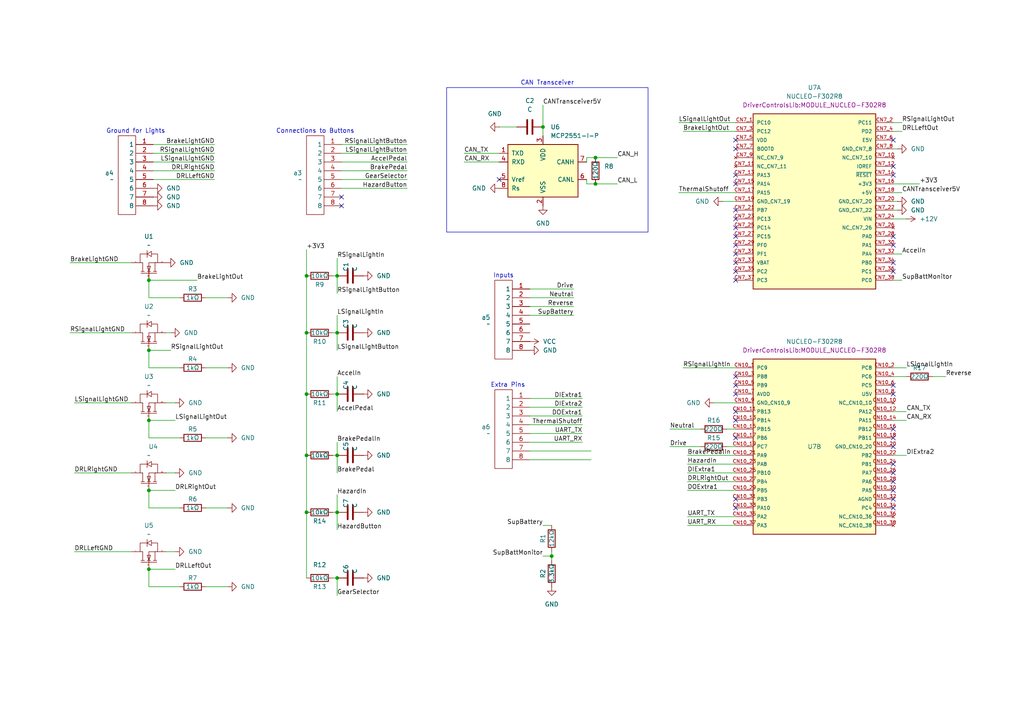
<source format=kicad_sch>
(kicad_sch (version 20231120) (generator "eeschema") (generator_version "8.0")
  (paper "A4")
  (lib_symbols
    (symbol "Device:C" (pin_numbers hide) (pin_names (offset 0.254))
      (property "Reference" "C2" (at 7.62 0 90))
      (property "Value" "C" (at 5.08 0 90))
      (symbol "C_1_1"
        (pin passive line (at 0 3.81 270) (length 2.794) (name "~") (number "1"))
        (pin passive line (at 0 -3.81 90) (length 2.794) (name "~") (number "2"))
      )
    )
    (symbol "Device:R" (pin_numbers hide) (pin_names (offset 0))
      (property "Reference" "R" (at 2.032 0 90))
      (property "Value" "R" (at 0 0 90))
      (symbol "R_1_1"
        (pin passive line (at 0 3.81 270) (length 1.27) (name "~") (number "1"))
        (pin passive line (at 0 -3.81 90) (length 1.27) (name "~") (number "2"))
      )
    )
    (symbol "DriverControlsLib:0001.2511.TR" (pin_names (offset 0))
      (symbol "0001.2511.TR_1_0"
        (pin input line (at -5.08 0 0) (length 2.54) (name "1") (number "1"))
        (pin input line (at 7.62 0 180) (length 2.54) (name "2") (number "2"))
      )
    )
    (symbol "DriverControlsLib:8 pin connector"
      (property "Reference" "a" (at 0 0 0))
      (symbol "8 pin connector_1_0"
        (pin input line (at -7.62 10.16 0) (length 5.08) (name "1") (number "1"))
        (pin input line (at -7.62 7.62 0) (length 5.08) (name "2") (number "2"))
        (pin input line (at -7.62 5.08 0) (length 5.08) (name "3") (number "3"))
        (pin input line (at -7.62 2.54 0) (length 5.08) (name "4") (number "4"))
        (pin input line (at -7.62 0 0) (length 5.08) (name "5") (number "5"))
        (pin input line (at -7.62 -2.54 0) (length 5.08) (name "6") (number "6"))
        (pin input line (at -7.62 -5.08 0) (length 5.08) (name "7") (number "7"))
        (pin input line (at -7.62 -7.62 0) (length 5.08) (name "8") (number "8"))
      )
    )
    (symbol "DriverControlsLib:FQP30N06L"
      (property "Reference" "U" (at 0 0 0))
      (symbol "FQP30N06L_1_0"
        (pin unspecified line (at -5.08 0 0) (length 2.54) (name "G") (number "1"))
        (pin unspecified line (at 0 5.08 270) (length 2.54) (name "D") (number "2"))
        (pin unspecified line (at 0 -5.08 90) (length 2.54) (name "S") (number "3"))
      )
    )
    (symbol "DriverControlsLib:NUCLEO-F302R8" (pin_names (offset 1.016))
      (property "Reference" "U" (at -17.78 26.162 0))
      (property "Value" "NUCLEO-F302R8" (at -17.78 -27.94 0))
      (property "Footprint" "DriverControlsLib:MODULE_NUCLEO-F302R8" (at 0 0 0))
      (symbol "NUCLEO-F302R8_1_0"
        (pin bidirectional line (at -22.86 22.86 0) (length 5.08) (name "PC10") (number "CN7_1"))
        (pin no_connect line (at 22.86 12.7 180) (length 5.08) (name "NC_CN7_10") (number "CN7_10"))
        (pin no_connect line (at -22.86 10.16 0) (length 5.08) (name "NC_CN7_11") (number "CN7_11"))
        (pin input line (at 22.86 10.16 180) (length 5.08) (name "IOREF") (number "CN7_12"))
        (pin bidirectional line (at -22.86 7.62 0) (length 5.08) (name "PA13") (number "CN7_13"))
        (pin bidirectional line (at 22.86 7.62 180) (length 5.08) (name "~{RESET}") (number "CN7_14"))
        (pin bidirectional line (at -22.86 5.08 0) (length 5.08) (name "PA14") (number "CN7_15"))
        (pin power_in line (at 22.86 5.08 180) (length 5.08) (name "+3V3") (number "CN7_16"))
        (pin bidirectional line (at -22.86 2.54 0) (length 5.08) (name "PA15") (number "CN7_17"))
        (pin power_in line (at 22.86 2.54 180) (length 5.08) (name "+5V") (number "CN7_18"))
        (pin power_in line (at -22.86 0 0) (length 5.08) (name "GND_CN7_19") (number "CN7_19"))
        (pin bidirectional line (at 22.86 22.86 180) (length 5.08) (name "PC11") (number "CN7_2"))
        (pin power_in line (at 22.86 0 180) (length 5.08) (name "GND_CN7_20") (number "CN7_20"))
        (pin bidirectional line (at -22.86 -2.54 0) (length 5.08) (name "PB7") (number "CN7_21"))
        (pin power_in line (at 22.86 -2.54 180) (length 5.08) (name "GND_CN7_22") (number "CN7_22"))
        (pin bidirectional line (at -22.86 -5.08 0) (length 5.08) (name "PC13") (number "CN7_23"))
        (pin power_in line (at 22.86 -5.08 180) (length 5.08) (name "VIN") (number "CN7_24"))
        (pin bidirectional line (at -22.86 -7.62 0) (length 5.08) (name "PC14") (number "CN7_25"))
        (pin no_connect line (at 22.86 -7.62 180) (length 5.08) (name "NC_CN7_26") (number "CN7_26"))
        (pin bidirectional line (at -22.86 -10.16 0) (length 5.08) (name "PC15") (number "CN7_27"))
        (pin bidirectional line (at 22.86 -10.16 180) (length 5.08) (name "PA0") (number "CN7_28"))
        (pin bidirectional line (at -22.86 -12.7 0) (length 5.08) (name "PF0") (number "CN7_29"))
        (pin bidirectional line (at -22.86 20.32 0) (length 5.08) (name "PC12") (number "CN7_3"))
        (pin bidirectional line (at 22.86 -12.7 180) (length 5.08) (name "PA1") (number "CN7_30"))
        (pin bidirectional line (at -22.86 -15.24 0) (length 5.08) (name "PF1") (number "CN7_31"))
        (pin bidirectional line (at 22.86 -15.24 180) (length 5.08) (name "PA4") (number "CN7_32"))
        (pin power_in line (at -22.86 -17.78 0) (length 5.08) (name "VBAT") (number "CN7_33"))
        (pin bidirectional line (at 22.86 -17.78 180) (length 5.08) (name "PB0") (number "CN7_34"))
        (pin bidirectional line (at -22.86 -20.32 0) (length 5.08) (name "PC2") (number "CN7_35"))
        (pin bidirectional line (at 22.86 -20.32 180) (length 5.08) (name "PC1") (number "CN7_36"))
        (pin bidirectional line (at -22.86 -22.86 0) (length 5.08) (name "PC3") (number "CN7_37"))
        (pin bidirectional line (at 22.86 -22.86 180) (length 5.08) (name "PC0") (number "CN7_38"))
        (pin bidirectional line (at 22.86 20.32 180) (length 5.08) (name "PD2") (number "CN7_4"))
        (pin power_in line (at -22.86 17.78 0) (length 5.08) (name "VDD") (number "CN7_5"))
        (pin power_in line (at 22.86 17.78 180) (length 5.08) (name "E5V") (number "CN7_6"))
        (pin input line (at -22.86 15.24 0) (length 5.08) (name "BOOT0") (number "CN7_7"))
        (pin power_in line (at 22.86 15.24 180) (length 5.08) (name "GND_CN7_8") (number "CN7_8"))
        (pin no_connect line (at -22.86 12.7 0) (length 5.08) (name "NC_CN7_9") (number "CN7_9"))
      )
      (symbol "NUCLEO-F302R8_2_0"
        (pin bidirectional line (at -22.86 22.86 0) (length 5.08) (name "PC9") (number "CN10_1"))
        (pin no_connect line (at 22.86 12.7 180) (length 5.08) (name "NC_CN10_10") (number "CN10_10"))
        (pin bidirectional line (at -22.86 10.16 0) (length 5.08) (name "PB13") (number "CN10_11"))
        (pin bidirectional line (at 22.86 10.16 180) (length 5.08) (name "PA12") (number "CN10_12"))
        (pin bidirectional line (at -22.86 7.62 0) (length 5.08) (name "PB14") (number "CN10_13"))
        (pin bidirectional line (at 22.86 7.62 180) (length 5.08) (name "PA11") (number "CN10_14"))
        (pin bidirectional line (at -22.86 5.08 0) (length 5.08) (name "PB15") (number "CN10_15"))
        (pin bidirectional line (at 22.86 5.08 180) (length 5.08) (name "PB12") (number "CN10_16"))
        (pin bidirectional line (at -22.86 2.54 0) (length 5.08) (name "PB6") (number "CN10_17"))
        (pin bidirectional line (at 22.86 2.54 180) (length 5.08) (name "PB11") (number "CN10_18"))
        (pin bidirectional line (at -22.86 0 0) (length 5.08) (name "PC7") (number "CN10_19"))
        (pin bidirectional line (at 22.86 22.86 180) (length 5.08) (name "PC8") (number "CN10_2"))
        (pin power_in line (at 22.86 0 180) (length 5.08) (name "GND_CN10_20") (number "CN10_20"))
        (pin bidirectional line (at -22.86 -2.54 0) (length 5.08) (name "PA9") (number "CN10_21"))
        (pin bidirectional line (at 22.86 -2.54 180) (length 5.08) (name "PB2") (number "CN10_22"))
        (pin bidirectional line (at -22.86 -5.08 0) (length 5.08) (name "PA8") (number "CN10_23"))
        (pin bidirectional line (at 22.86 -5.08 180) (length 5.08) (name "PB1") (number "CN10_24"))
        (pin bidirectional line (at -22.86 -7.62 0) (length 5.08) (name "PB10") (number "CN10_25"))
        (pin bidirectional line (at 22.86 -7.62 180) (length 5.08) (name "PA7") (number "CN10_26"))
        (pin bidirectional line (at -22.86 -10.16 0) (length 5.08) (name "PB4") (number "CN10_27"))
        (pin bidirectional line (at 22.86 -10.16 180) (length 5.08) (name "PA6") (number "CN10_28"))
        (pin bidirectional line (at -22.86 -12.7 0) (length 5.08) (name "PB5") (number "CN10_29"))
        (pin bidirectional line (at -22.86 20.32 0) (length 5.08) (name "PB8") (number "CN10_3"))
        (pin bidirectional line (at 22.86 -12.7 180) (length 5.08) (name "PA5") (number "CN10_30"))
        (pin bidirectional line (at -22.86 -15.24 0) (length 5.08) (name "PB3") (number "CN10_31"))
        (pin power_in line (at 22.86 -15.24 180) (length 5.08) (name "AGND") (number "CN10_32"))
        (pin bidirectional line (at -22.86 -17.78 0) (length 5.08) (name "PA10") (number "CN10_33"))
        (pin bidirectional line (at 22.86 -17.78 180) (length 5.08) (name "PC4") (number "CN10_34"))
        (pin bidirectional line (at -22.86 -20.32 0) (length 5.08) (name "PA2") (number "CN10_35"))
        (pin no_connect line (at 22.86 -20.32 180) (length 5.08) (name "NC_CN10_36") (number "CN10_36"))
        (pin bidirectional line (at -22.86 -22.86 0) (length 5.08) (name "PA3") (number "CN10_37"))
        (pin no_connect line (at 22.86 -22.86 180) (length 5.08) (name "NC_CN10_38") (number "CN10_38"))
        (pin bidirectional line (at 22.86 20.32 180) (length 5.08) (name "PC6") (number "CN10_4"))
        (pin bidirectional line (at -22.86 17.78 0) (length 5.08) (name "PB9") (number "CN10_5"))
        (pin bidirectional line (at 22.86 17.78 180) (length 5.08) (name "PC5") (number "CN10_6"))
        (pin power_in line (at -22.86 15.24 0) (length 5.08) (name "AVDD") (number "CN10_7"))
        (pin power_in line (at 22.86 15.24 180) (length 5.08) (name "U5V") (number "CN10_8"))
        (pin power_in line (at -22.86 12.7 0) (length 5.08) (name "GND_CN10_9") (number "CN10_9"))
      )
    )
    (symbol "Interface_CAN_LIN:MCP2551-I-P" (pin_names (offset 1.016))
      (property "Reference" "U" (at -10.16 8.89 0))
      (property "Value" "MCP2551-I-P" (at 2.54 8.89 0))
      (symbol "MCP2551-I-P_1_1"
        (pin input line (at -12.7 5.08 0) (length 2.54) (name "TXD") (number "1"))
        (pin power_in line (at 0 -10.16 90) (length 2.54) (name "VSS") (number "2"))
        (pin power_in line (at 0 10.16 270) (length 2.54) (name "VDD") (number "3"))
        (pin output line (at -12.7 2.54 0) (length 2.54) (name "RXD") (number "4"))
        (pin power_out line (at -12.7 -2.54 0) (length 2.54) (name "Vref") (number "5"))
        (pin bidirectional line (at 12.7 -2.54 180) (length 2.54) (name "CANL") (number "6"))
        (pin bidirectional line (at 12.7 2.54 180) (length 2.54) (name "CANH") (number "7"))
        (pin input line (at -12.7 -5.08 0) (length 2.54) (name "Rs") (number "8"))
      )
    )
    (symbol "power:+12V" (power) (pin_numbers hide) (pin_names (offset 0) hide)
      (property "Value" "+12V" (at 0 3.556 0))
      (symbol "+12V_1_1"
        (pin power_in line (at 0 0 90) (length 0) (name "~") (number "1"))
      )
    )
    (symbol "power:GND" (power) (pin_numbers hide) (pin_names (offset 0) hide)
      (property "Value" "GND" (at 0 -3.81 0))
      (symbol "GND_1_1"
        (pin power_in line (at 0 0 270) (length 0) (name "~") (number "1"))
      )
    )
    (symbol "power:VCC" (power) (pin_numbers hide) (pin_names (offset 0) hide)
      (property "Value" "VCC" (at 0 3.556 0))
      (symbol "VCC_1_1"
        (pin power_in line (at 0 0 90) (length 0) (name "~") (number "1"))
      )
    )
  )
  (junction (at 97.79 114.3))
  (junction (at 97.79 167.64))
  (junction (at 43.18 101.6))
  (junction (at -26.67 133.35))
  (junction (at 88.9 114.3))
  (junction (at 172.72 53.34))
  (junction (at 88.9 96.52))
  (junction (at 43.18 121.92))
  (junction (at 88.9 148.59))
  (junction (at 160.02 161.29))
  (junction (at 157.48 36.83))
  (junction (at 93.98 -29.21))
  (junction (at 97.79 132.08))
  (junction (at 43.18 142.24))
  (junction (at 88.9 132.08))
  (junction (at 43.18 81.28))
  (junction (at 43.18 165.1))
  (junction (at 97.79 148.59))
  (junction (at 88.9 80.01))
  (junction (at 172.72 45.72))
  (junction (at -26.67 153.67))
  (junction (at -26.67 113.03))
  (junction (at 97.79 96.52))
  (junction (at 97.79 80.01))
  (junction (at -26.67 90.17))
  (no_connect (at 259.08 127))
  (no_connect (at 259.08 147.32))
  (no_connect (at 259.08 50.8))
  (no_connect (at 213.36 63.5))
  (no_connect (at 213.36 40.64))
  (no_connect (at 213.36 76.2))
  (no_connect (at 213.36 109.22))
  (no_connect (at 259.08 129.54))
  (no_connect (at 213.36 114.3))
  (no_connect (at 259.08 114.3))
  (no_connect (at 259.08 40.64))
  (no_connect (at 259.08 137.16))
  (no_connect (at 259.08 139.7))
  (no_connect (at 213.36 121.92))
  (no_connect (at 259.08 71.12))
  (no_connect (at 213.36 73.66))
  (no_connect (at 213.36 111.76))
  (no_connect (at 259.08 124.46))
  (no_connect (at 259.08 142.24))
  (no_connect (at 213.36 119.38))
  (no_connect (at 213.36 53.34))
  (no_connect (at 259.08 144.78))
  (no_connect (at 99.06 59.69))
  (no_connect (at 213.36 78.74))
  (no_connect (at 213.36 147.32))
  (no_connect (at 213.36 71.12))
  (no_connect (at 213.36 81.28))
  (no_connect (at 259.08 68.58))
  (no_connect (at 213.36 144.78))
  (no_connect (at 259.08 111.76))
  (no_connect (at 213.36 60.96))
  (no_connect (at 99.06 57.15))
  (no_connect (at 259.08 78.74))
  (no_connect (at 213.36 127))
  (no_connect (at 144.78 52.07))
  (no_connect (at 259.08 134.62))
  (no_connect (at 213.36 66.04))
  (no_connect (at 213.36 43.18))
  (no_connect (at 259.08 76.2))
  (no_connect (at 213.36 68.58))
  (no_connect (at 213.36 50.8))
  (no_connect (at 259.08 48.26))
  (wire (pts (xy 88.9 96.52) (xy 88.9 114.3)))
  (wire (pts (xy 171.45 133.35) (xy 153.67 133.35)))
  (wire (pts (xy 179.07 45.72) (xy 172.72 45.72)))
  (wire (pts (xy 43.18 101.6) (xy 49.53 101.6)))
  (wire (pts (xy 153.67 88.9) (xy 166.37 88.9)))
  (wire (pts (xy 59.69 147.32) (xy 66.04 147.32)))
  (wire (pts (xy 198.12 38.1) (xy 213.36 38.1)))
  (wire (pts (xy 43.18 147.32) (xy 52.07 147.32)))
  (wire (pts (xy 196.85 35.56) (xy 213.36 35.56)))
  (wire (pts (xy 97.79 114.3) (xy 97.79 119.38)))
  (wire (pts (xy 210.82 124.46) (xy 213.36 124.46)))
  (wire (pts (xy 259.08 132.08) (xy 262.89 132.08)))
  (wire (pts (xy 339.09 127) (xy 321.31 127)))
  (wire (pts (xy 153.67 86.36) (xy 166.37 86.36)))
  (wire (pts (xy 170.18 53.34) (xy 170.18 52.07)))
  (wire (pts (xy 59.69 127) (xy 66.04 127)))
  (wire (pts (xy 259.08 43.18) (xy 260.35 43.18)))
  (wire (pts (xy 97.79 74.93) (xy 97.79 80.01)))
  (wire (pts (xy 118.11 49.53) (xy 99.06 49.53)))
  (wire (pts (xy 134.62 44.45) (xy 144.78 44.45)))
  (wire (pts (xy 88.9 80.01) (xy 88.9 96.52)))
  (wire (pts (xy 157.48 161.29) (xy 160.02 161.29)))
  (wire (pts (xy 157.48 30.48) (xy 157.48 36.83)))
  (wire (pts (xy 96.52 148.59) (xy 97.79 148.59)))
  (wire (pts (xy 339.09 124.46) (xy 321.31 124.46)))
  (wire (pts (xy 97.79 80.01) (xy 97.79 85.09)))
  (wire (pts (xy 110.49 -24.13) (xy 116.84 -24.13)))
  (wire (pts (xy 339.09 121.92) (xy 321.31 121.92)))
  (wire (pts (xy 21.59 116.84) (xy 38.1 116.84)))
  (wire (pts (xy 93.98 -29.21) (xy 97.79 -29.21)))
  (wire (pts (xy 209.55 58.42) (xy 213.36 58.42)))
  (wire (pts (xy 71.12 -34.29) (xy 88.9 -34.29)))
  (wire (pts (xy 168.91 120.65) (xy 153.67 120.65)))
  (wire (pts (xy 259.08 119.38) (xy 262.89 119.38)))
  (wire (pts (xy -26.67 153.67) (xy -26.67 176.53)))
  (wire (pts (xy 43.18 86.36) (xy 52.07 86.36)))
  (wire (pts (xy 341.63 86.36) (xy 321.31 86.36)))
  (wire (pts (xy 153.67 91.44) (xy 166.37 91.44)))
  (wire (pts (xy 259.08 55.88) (xy 261.62 55.88)))
  (wire (pts (xy 97.79 109.22) (xy 97.79 114.3)))
  (wire (pts (xy 43.18 142.24) (xy 43.18 147.32)))
  (wire (pts (xy 118.11 46.99) (xy 99.06 46.99)))
  (wire (pts (xy 210.82 129.54) (xy 213.36 129.54)))
  (wire (pts (xy 93.98 -24.13) (xy 102.87 -24.13)))
  (wire (pts (xy 105.41 -29.21) (xy 107.95 -29.21)))
  (wire (pts (xy 199.39 149.86) (xy 213.36 149.86)))
  (wire (pts (xy 97.79 167.64) (xy 97.79 172.72)))
  (wire (pts (xy 168.91 123.19) (xy 153.67 123.19)))
  (wire (pts (xy 259.08 109.22) (xy 262.89 109.22)))
  (wire (pts (xy 62.23 46.99) (xy 44.45 46.99)))
  (wire (pts (xy 96.52 132.08) (xy 97.79 132.08)))
  (wire (pts (xy 88.9 132.08) (xy 88.9 148.59)))
  (wire (pts (xy 172.72 53.34) (xy 170.18 53.34)))
  (wire (pts (xy 168.91 118.11) (xy 153.67 118.11)))
  (wire (pts (xy 59.69 170.18) (xy 66.04 170.18)))
  (wire (pts (xy 43.18 106.68) (xy 52.07 106.68)))
  (wire (pts (xy 97.79 143.51) (xy 97.79 148.59)))
  (wire (pts (xy 88.9 72.39) (xy 88.9 80.01)))
  (wire (pts (xy -26.67 133.35) (xy -26.67 153.67)))
  (wire (pts (xy -26.67 113.03) (xy -26.67 133.35)))
  (wire (pts (xy 62.23 49.53) (xy 44.45 49.53)))
  (wire (pts (xy 118.11 52.07) (xy 99.06 52.07)))
  (wire (pts (xy 43.18 165.1) (xy 50.8 165.1)))
  (wire (pts (xy 341.63 88.9) (xy 321.31 88.9)))
  (wire (pts (xy 96.52 80.01) (xy 97.79 80.01)))
  (wire (pts (xy 199.39 134.62) (xy 213.36 134.62)))
  (wire (pts (xy 339.09 129.54) (xy 321.31 129.54)))
  (wire (pts (xy 259.08 63.5) (xy 262.89 63.5)))
  (wire (pts (xy 97.79 148.59) (xy 97.79 153.67)))
  (wire (pts (xy 153.67 83.82) (xy 166.37 83.82)))
  (wire (pts (xy 259.08 38.1) (xy 261.62 38.1)))
  (wire (pts (xy 259.08 73.66) (xy 261.62 73.66)))
  (wire (pts (xy 93.98 -29.21) (xy 93.98 -24.13)))
  (wire (pts (xy 160.02 152.4) (xy 157.48 152.4)))
  (wire (pts (xy 20.32 96.52) (xy 38.1 96.52)))
  (wire (pts (xy 96.52 114.3) (xy 97.79 114.3)))
  (wire (pts (xy 270.51 109.22) (xy 274.32 109.22)))
  (wire (pts (xy 259.08 121.92) (xy 262.89 121.92)))
  (wire (pts (xy 198.12 106.68) (xy 213.36 106.68)))
  (wire (pts (xy 43.18 101.6) (xy 43.18 106.68)))
  (wire (pts (xy 168.91 128.27) (xy 153.67 128.27)))
  (wire (pts (xy 341.63 76.2) (xy 321.31 76.2)))
  (wire (pts (xy 194.31 124.46) (xy 203.2 124.46)))
  (wire (pts (xy 339.09 119.38) (xy 321.31 119.38)))
  (wire (pts (xy 157.48 36.83) (xy 157.48 39.37)))
  (wire (pts (xy 118.11 41.91) (xy 99.06 41.91)))
  (wire (pts (xy 43.18 121.92) (xy 50.8 121.92)))
  (wire (pts (xy 62.23 44.45) (xy 44.45 44.45)))
  (wire (pts (xy 341.63 91.44) (xy 321.31 91.44)))
  (wire (pts (xy 172.72 45.72) (xy 170.18 45.72)))
  (wire (pts (xy -26.67 90.17) (xy -26.67 113.03)))
  (wire (pts (xy 62.23 41.91) (xy 44.45 41.91)))
  (wire (pts (xy 199.39 152.4) (xy 213.36 152.4)))
  (wire (pts (xy 43.18 127) (xy 52.07 127)))
  (wire (pts (xy 43.18 170.18) (xy 52.07 170.18)))
  (wire (pts (xy 341.63 78.74) (xy 321.31 78.74)))
  (wire (pts (xy 259.08 81.28) (xy 261.62 81.28)))
  (wire (pts (xy 339.09 116.84) (xy 321.31 116.84)))
  (wire (pts (xy 259.08 58.42) (xy 260.35 58.42)))
  (wire (pts (xy 62.23 52.07) (xy 44.45 52.07)))
  (wire (pts (xy 48.26 137.16) (xy 50.8 137.16)))
  (wire (pts (xy 48.26 160.02) (xy 50.8 160.02)))
  (wire (pts (xy 194.31 129.54) (xy 203.2 129.54)))
  (wire (pts (xy 172.72 53.34) (xy 179.07 53.34)))
  (wire (pts (xy 88.9 114.3) (xy 88.9 132.08)))
  (wire (pts (xy 118.11 54.61) (xy 99.06 54.61)))
  (wire (pts (xy 259.08 106.68) (xy 262.89 106.68)))
  (wire (pts (xy 59.69 86.36) (xy 66.04 86.36)))
  (wire (pts (xy 21.59 160.02) (xy 38.1 160.02)))
  (wire (pts (xy 97.79 132.08) (xy 97.79 137.16)))
  (wire (pts (xy 199.39 132.08) (xy 213.36 132.08)))
  (wire (pts (xy 341.63 81.28) (xy 321.31 81.28)))
  (wire (pts (xy 341.63 93.98) (xy 321.31 93.98)))
  (wire (pts (xy 48.26 116.84) (xy 50.8 116.84)))
  (wire (pts (xy 59.69 106.68) (xy 66.04 106.68)))
  (wire (pts (xy 43.18 81.28) (xy 57.15 81.28)))
  (wire (pts (xy 43.18 142.24) (xy 50.8 142.24)))
  (wire (pts (xy 207.01 116.84) (xy 213.36 116.84)))
  (wire (pts (xy 259.08 53.34) (xy 266.7 53.34)))
  (wire (pts (xy 199.39 139.7) (xy 213.36 139.7)))
  (wire (pts (xy 43.18 121.92) (xy 43.18 127)))
  (wire (pts (xy 88.9 148.59) (xy 88.9 167.64)))
  (wire (pts (xy 199.39 137.16) (xy 213.36 137.16)))
  (wire (pts (xy 43.18 165.1) (xy 43.18 170.18)))
  (wire (pts (xy 160.02 161.29) (xy 160.02 162.56)))
  (wire (pts (xy 43.18 81.28) (xy 43.18 86.36)))
  (wire (pts (xy 118.11 44.45) (xy 99.06 44.45)))
  (wire (pts (xy 20.32 76.2) (xy 38.1 76.2)))
  (wire (pts (xy 196.85 55.88) (xy 213.36 55.88)))
  (wire (pts (xy 170.18 45.72) (xy 170.18 46.99)))
  (wire (pts (xy 168.91 115.57) (xy 153.67 115.57)))
  (wire (pts (xy 21.59 137.16) (xy 38.1 137.16)))
  (wire (pts (xy 341.63 83.82) (xy 321.31 83.82)))
  (wire (pts (xy 134.62 46.99) (xy 144.78 46.99)))
  (wire (pts (xy 160.02 160.02) (xy 160.02 161.29)))
  (wire (pts (xy 97.79 96.52) (xy 97.79 101.6)))
  (wire (pts (xy 96.52 167.64) (xy 97.79 167.64)))
  (wire (pts (xy -26.67 81.28) (xy -26.67 90.17)))
  (wire (pts (xy 49.53 96.52) (xy 48.26 96.52)))
  (wire (pts (xy 259.08 60.96) (xy 260.35 60.96)))
  (wire (pts (xy 171.45 130.81) (xy 153.67 130.81)))
  (wire (pts (xy 168.91 125.73) (xy 153.67 125.73)))
  (wire (pts (xy 199.39 142.24) (xy 213.36 142.24)))
  (wire (pts (xy 144.78 36.83) (xy 149.86 36.83)))
  (wire (pts (xy 259.08 35.56) (xy 261.62 35.56)))
  (wire (pts (xy 97.79 128.27) (xy 97.79 132.08)))
  (wire (pts (xy 97.79 91.44) (xy 97.79 96.52)))
  (wire (pts (xy 96.52 96.52) (xy 97.79 96.52)))
  (rectangle (start 129.54 25.4) (end 187.96 67.31))
  (text "Extra Pins" (at 147.32 111.76 0) (effects (font (size 1.27 1.27))))
  (text "Ground for Lights" (at 39.37 38.1 0) (effects (font (size 1.27 1.27))))
  (text "CAN Transceiver" (at 158.75 24.13 0) (effects (font (size 1.27 1.27))))
  (text "Pedal/Steering Inputs\n\n" (at 314.96 73.66 0) (effects (font (size 1.27 1.27))))
  (text "Inputs\n" (at 146.05 80.01 0) (effects (font (size 1.27 1.27))))
  (text "Connections to Buttons" (at 91.44 38.1 0) (effects (font (size 1.27 1.27))))
  (text "Center Console Inputs\n" (at 313.69 113.03 0) (effects (font (size 1.27 1.27))))
  (label "CAN_TX" (at 262.89 119.38 0))
  (label "Reverse" (at 274.32 109.22 0))
  (label "DRLLeftGND" (at 62.23 52.07 180))
  (label "BrakeLightGND" (at 71.12 -34.29 0))
  (label "Neutral" (at 166.37 86.36 180))
  (label "RSignalLightGND" (at 62.23 44.45 180))
  (label "UART_TX" (at 168.91 125.73 180))
  (label "BrakePedal" (at 97.79 137.16 0))
  (label "BrakeLightGND" (at 20.32 76.2 0))
  (label "LSignalLightOut" (at 50.8 121.92 0))
  (label "LSignalLightGND" (at 21.59 116.84 0))
  (label "BrakeLightGND" (at 62.23 41.91 180))
  (label "BrakePedalIn" (at 199.39 132.08 0))
  (label "GearSelector" (at 118.11 52.07 180))
  (label "DRLRightGND" (at 62.23 49.53 180))
  (label "DOExtra1" (at 199.39 142.24 0))
  (label "SupBattMonitor" (at 157.48 161.29 180))
  (label "AccelPedal" (at 118.11 46.99 180))
  (label "UART_TX" (at 341.63 86.36 180))
  (label "DIExtra1" (at 168.91 115.57 180))
  (label "HazardIn" (at 97.79 143.51 0))
  (label "RSignalLightButton" (at 118.11 41.91 180))
  (label "Reverse" (at 166.37 88.9 180))
  (label "LSignalLightButton" (at 118.11 44.45 180))
  (label "RSignalLightIn" (at 341.63 76.2 180))
  (label "Drive" (at 166.37 83.82 180))
  (label "SupBattMonitor" (at 261.62 81.28 0))
  (label "HazardIn" (at 199.39 134.62 0))
  (label "HazardButton" (at 97.79 153.67 0))
  (label "DIExtra2" (at 339.09 129.54 180))
  (label "CAN_L" (at 179.07 53.34 0))
  (label "SupBattery" (at 166.37 91.44 180))
  (label "BrakePedalIn" (at 341.63 83.82 180))
  (label "DRLLeftOut" (at 50.8 165.1 0))
  (label "Drive" (at 339.09 121.92 180))
  (label "LSignalLightButton" (at 97.79 101.6 0))
  (label "CANTransceiver5V" (at 261.62 55.88 0))
  (label "AccelPedal" (at 97.79 119.38 0))
  (label "SupBattery" (at 157.48 152.4 180))
  (label "+3V3" (at 88.9 72.39 0))
  (label "RSignalLightButton" (at 97.79 85.09 0))
  (label "Neutral" (at 339.09 119.38 180))
  (label "ThermalShutoff" (at 168.91 123.19 180))
  (label "UART_RX" (at 341.63 88.9 180))
  (label "DOExtra1" (at 168.91 120.65 180))
  (label "DRLRightGND" (at 21.59 137.16 0))
  (label "HazardButton" (at 118.11 54.61 180))
  (label "CAN_RX" (at 134.62 46.99 0))
  (label "GearSelector" (at 97.79 172.72 0))
  (label "Hazards_In" (at 339.09 116.84 180))
  (label "AccelIn" (at 97.79 109.22 0))
  (label "BrakePedal" (at 118.11 49.53 180))
  (label "RSignalLightIn" (at 198.12 106.68 0))
  (label "+3V3" (at 266.7 53.34 0))
  (label "ThermalShutoff" (at 341.63 91.44 180))
  (label "UART_TX" (at 199.39 149.86 0))
  (label "SupBattery" (at 339.09 127 180))
  (label "LSignalLightIn" (at 341.63 78.74 180))
  (label "AccelIn" (at 261.62 73.66 0))
  (label "Reverse" (at 339.09 124.46 180))
  (label "DRLLeftGND" (at 21.59 160.02 0))
  (label "ThermalShutoff" (at 196.85 55.88 0))
  (label "UART_RX" (at 199.39 152.4 0))
  (label "BrakePedalIn" (at 97.79 128.27 0))
  (label "LSignalLightOut" (at 196.85 35.56 0))
  (label "DRLRightOut" (at 50.8 142.24 0))
  (label "UART_RX" (at 168.91 128.27 180))
  (label "Neutral" (at 194.31 124.46 0))
  (label "CAN_TX" (at 134.62 44.45 0))
  (label "DIExtra2" (at 262.89 132.08 0))
  (label "RSignalLightIn" (at 97.79 74.93 0))
  (label "Drive" (at 194.31 129.54 0))
  (label "DIExtra1" (at 341.63 93.98 180))
  (label "AccelIn" (at 341.63 81.28 180))
  (label "BrakeLightOut" (at 198.12 38.1 0))
  (label "DRLRightOut" (at 199.39 139.7 0))
  (label "CANTransceiver5V" (at 157.48 30.48 0))
  (label "RSignalLightGND" (at 20.32 96.52 0))
  (label "BrakeLightOut" (at 57.15 81.28 0))
  (label "RSignalLightOut" (at 261.62 35.56 0))
  (label "BrakeLightOut" (at 107.95 -29.21 0))
  (label "LSignalLightGND" (at 62.23 46.99 180))
  (label "CAN_H" (at 179.07 45.72 0))
  (label "CAN_RX" (at 262.89 121.92 0))
  (label "DIExtra1" (at 199.39 137.16 0))
  (label "DIExtra2" (at 168.91 118.11 180))
  (label "LSignalLightIn" (at 262.89 106.68 0))
  (label "RSignalLightOut" (at 49.53 101.6 0))
  (label "DRLLeftOut" (at 261.62 38.1 0))
  (label "LSignalLightIn" (at 97.79 91.44 0))
  (symbol (lib_id "Device:C") (at 101.6 167.64 270) (unit 1)
    (property "Reference" "C6" (at 100.33 166.37 0) (effects (justify right)))
    (property "Value" "C" (at 102.87 166.37 0) (effects (justify right)))
    (property "Footprint" "DriverControlsLib:CAP-TH_L6.0-W3.5-P7.50-D1.0" (effects (hide yes)))
    (property "Description" "Unpolarized capacitor" (effects (hide yes)))
  )
  (symbol (lib_id "power:+12V") (at 262.89 63.5 270) (unit 1)
    (property "Reference" "#PWR01" (effects (hide yes)))
    (property "Value" "+12V" (at 266.7 63.4999 90) (effects (justify left)))
    (property "Description" "Power symbol creates a global label with name \"+12V\"" (effects (hide yes)))
  )
  (symbol (lib_id "Device:C") (at 101.6 148.59 270) (unit 1)
    (property "Reference" "C7" (at 100.33 147.32 0) (effects (justify right)))
    (property "Value" "C" (at 102.87 147.32 0) (effects (justify right)))
    (property "Footprint" "DriverControlsLib:CAP-TH_L6.0-W3.5-P7.50-D1.0" (effects (hide yes)))
    (property "Description" "Unpolarized capacitor" (effects (hide yes)))
  )
  (symbol (lib_id "power:GND") (at 105.41 96.52 90) (unit 1)
    (property "Reference" "#PWR023" (effects (hide yes)))
    (property "Value" "GND" (at 109.22 96.5199 90) (effects (justify right)))
    (property "Description" "Power symbol creates a global label with name \"GND\" , ground" (effects (hide yes)))
  )
  (symbol (lib_id "power:GND") (at 321.31 134.62 90) (mirror x) (unit 1)
    (property "Reference" "#PWR017" (effects (hide yes)))
    (property "Value" "GND" (at 325.12 134.6199 90) (effects (justify right)))
    (property "Description" "Power symbol creates a global label with name \"GND\" , ground" (effects (hide yes)))
  )
  (symbol (lib_id "power:GND") (at 105.41 148.59 90) (unit 1)
    (property "Reference" "#PWR027" (effects (hide yes)))
    (property "Value" "GND" (at 109.22 148.5899 90) (effects (justify right)))
    (property "Description" "Power symbol creates a global label with name \"GND\" , ground" (effects (hide yes)))
  )
  (symbol (lib_id "power:GND") (at 144.78 54.61 270) (unit 1)
    (property "Reference" "#PWR09" (effects (hide yes)))
    (property "Value" "GND" (at 140.97 54.6099 90) (effects (justify right)))
    (property "Description" "Power symbol creates a global label with name \"GND\" , ground" (effects (hide yes)))
  )
  (symbol (lib_id "Device:R") (at 160.02 156.21 0) (mirror y) (unit 1)
    (property "Reference" "R1" (at 157.48 156.21 90))
    (property "Value" "12kΩ" (at 160.02 156.21 90))
    (property "Footprint" "DriverControlsLib:RES-TH_BD2.2-L6.5-P10.50-D0.6" (effects (hide yes)))
    (property "Description" "Resistor" (effects (hide yes)))
  )
  (symbol (lib_id "power:GND") (at 50.8 160.02 90) (unit 1)
    (property "Reference" "#PWR031" (effects (hide yes)))
    (property "Value" "GND" (at 54.61 160.0199 90) (effects (justify right)))
    (property "Description" "Power symbol creates a global label with name \"GND\" , ground" (effects (hide yes)))
  )
  (symbol (lib_id "power:GND") (at 105.41 114.3 90) (unit 1)
    (property "Reference" "#PWR024" (effects (hide yes)))
    (property "Value" "GND" (at 109.22 114.2999 90) (effects (justify right)))
    (property "Description" "Power symbol creates a global label with name \"GND\" , ground" (effects (hide yes)))
  )
  (symbol (lib_id "Device:R") (at 92.71 114.3 270) (unit 1)
    (property "Reference" "R11" (at 92.71 116.84 90))
    (property "Value" "10kΩ" (at 92.71 114.3 90))
    (property "Footprint" "DriverControlsLib:RES-TH_BD2.2-L6.5-P10.50-D0.6" (effects (hide yes)))
    (property "Description" "Resistor" (effects (hide yes)))
  )
  (symbol (lib_id "power:GND") (at 66.04 127 90) (unit 1)
    (property "Reference" "#PWR05" (effects (hide yes)))
    (property "Value" "GND" (at 69.85 126.9999 90) (effects (justify right)))
    (property "Description" "Power symbol creates a global label with name \"GND\" , ground" (effects (hide yes)))
  )
  (symbol (lib_id "DriverControlsLib:8 pin connector") (at 146.05 93.98 0) (mirror y) (unit 1)
    (property "Reference" "a5" (at 142.24 92.0749 0) (effects (justify left)))
    (property "Value" "~" (at 142.24 93.98 0) (effects (justify left)))
    (property "Footprint" "DriverControlsLib:Molex 8 Pin Mini-fit TPA" (effects (hide yes)))
    (property "Description" "LV 8 pin" (effects (hide yes)))
  )
  (symbol (lib_id "power:GND") (at 44.45 59.69 90) (mirror x) (unit 1)
    (property "Reference" "#PWR021" (effects (hide yes)))
    (property "Value" "GND" (at 48.26 59.6899 90) (effects (justify right)))
    (property "Description" "Power symbol creates a global label with name \"GND\" , ground" (effects (hide yes)))
  )
  (symbol (lib_id "DriverControlsLib:FQP30N06L") (at 43.18 116.84 90) (unit 1)
    (property "Reference" "U3" (at 43.18 109.22 90))
    (property "Value" "~" (at 43.18 111.76 90))
    (property "Footprint" "DriverControlsLib:TO220-3_ONS" (effects (hide yes)))
    (property "Datasheet" "https://atta.szlcsc.com/upload/public/pdf/source/20220923/DB01B4617723520DCFE997B5B1D3C46E.pdf" (effects (hide yes)))
    (property "Description" "Type:1个NChannel Drain Source Voltage (Vdss):60V Continuous Drain Current (Id): Power Dissipation (Pd): Drain Source On Resistance (RDS(on)@Vgs,Id): Gate Threshold Voltage (Vgs(th)@Id):2.5V@250uA Total Gate Charge (Qg@Vgs):20nC@5V Input Capacitance (Ciss@V" (effects (hide yes)))
    (property "Manufacturer Part" "FQP30N06L" (effects (hide yes)))
    (property "Manufacturer" "onsemi(安森美)" (effects (hide yes)))
    (property "Supplier Part" "C243087" (effects (hide yes)))
    (property "Supplier" "LCSC" (effects (hide yes)))
    (property "LCSC Part Name" "1个N沟道 耐压:60V 电流:32A 停产" (effects (hide yes)))
  )
  (symbol (lib_id "Device:R") (at 55.88 86.36 90) (unit 1)
    (property "Reference" "R3" (at 55.88 83.82 90))
    (property "Value" "1kΩ" (at 55.88 86.36 90))
    (property "Footprint" "DriverControlsLib:RES-TH_BD2.2-L6.5-P10.50-D0.6" (effects (hide yes)))
    (property "Description" "Resistor" (effects (hide yes)))
  )
  (symbol (lib_id "power:GND") (at 153.67 101.6 90) (mirror x) (unit 1)
    (property "Reference" "#PWR032" (effects (hide yes)))
    (property "Value" "GND" (at 157.48 101.5999 90) (effects (justify right)))
    (property "Description" "Power symbol creates a global label with name \"GND\" , ground" (effects (hide yes)))
  )
  (symbol (lib_id "DriverControlsLib:8 pin connector") (at 313.69 86.36 0) (mirror y) (unit 1)
    (property "Reference" "a1" (at 309.88 84.4549 0) (effects (justify left)))
    (property "Value" "~" (at 309.88 86.36 0) (effects (justify left)))
    (property "Footprint" "DriverControlsLib:Molex 8 Pin Mini-fit TPA" (effects (hide yes)))
    (property "Description" "LV 8 pin" (effects (hide yes)))
  )
  (symbol (lib_id "Device:R") (at 266.7 109.22 90) (unit 1)
    (property "Reference" "R17" (at 266.7 106.68 90))
    (property "Value" "220Ω" (at 266.7 109.22 90))
    (property "Footprint" "DriverControlsLib:RES-TH_BD2.2-L6.5-P10.50-D0.6" (effects (hide yes)))
    (property "Description" "Resistor" (effects (hide yes)))
  )
  (symbol (lib_id "power:VCC") (at 153.67 99.06 270) (mirror x) (unit 1)
    (property "Reference" "#PWR016" (effects (hide yes)))
    (property "Value" "VCC" (at 157.48 99.0599 90) (effects (justify left)))
    (property "Description" "Power symbol creates a global label with name \"VCC\"" (effects (hide yes)))
  )
  (symbol (lib_id "power:GND") (at 209.55 58.42 270) (unit 1)
    (property "Reference" "#PWR08" (effects (hide yes)))
    (property "Value" "GND" (at 205.74 58.4199 90) (effects (justify right)))
    (property "Description" "Power symbol creates a global label with name \"GND\" , ground" (effects (hide yes)))
  )
  (symbol (lib_id "Device:C") (at 101.6 114.3 270) (unit 1)
    (property "Reference" "C4" (at 100.33 113.03 0) (effects (justify right)))
    (property "Value" "C" (at 102.87 113.03 0) (effects (justify right)))
    (property "Footprint" "DriverControlsLib:CAP-TH_L6.0-W3.5-P7.50-D1.0" (effects (hide yes)))
    (property "Description" "Unpolarized capacitor" (effects (hide yes)))
  )
  (symbol (lib_id "Device:R") (at 207.01 129.54 90) (unit 1)
    (property "Reference" "R15" (at 207.01 127 90))
    (property "Value" "220Ω" (at 207.01 129.54 90))
    (property "Footprint" "DriverControlsLib:RES-TH_BD2.2-L6.5-P10.50-D0.6" (effects (hide yes)))
    (property "Description" "Resistor" (effects (hide yes)))
  )
  (symbol (lib_id "power:GND") (at 66.04 86.36 90) (unit 1)
    (property "Reference" "#PWR03" (effects (hide yes)))
    (property "Value" "GND" (at 69.85 86.3599 90) (effects (justify right)))
    (property "Description" "Power symbol creates a global label with name \"GND\" , ground" (effects (hide yes)))
  )
  (symbol (lib_id "power:GND") (at 260.35 43.18 90) (unit 1)
    (property "Reference" "#PWR013" (effects (hide yes)))
    (property "Value" "GND" (at 264.16 43.1799 90) (effects (justify right)))
    (property "Description" "Power symbol creates a global label with name \"GND\" , ground" (effects (hide yes)))
  )
  (symbol (lib_id "DriverControlsLib:FQP30N06L") (at 43.18 160.02 90) (unit 1)
    (property "Reference" "U5" (at 43.18 152.4 90))
    (property "Value" "~" (at 43.18 154.94 90))
    (property "Footprint" "DriverControlsLib:TO220-3_ONS" (effects (hide yes)))
    (property "Datasheet" "https://atta.szlcsc.com/upload/public/pdf/source/20220923/DB01B4617723520DCFE997B5B1D3C46E.pdf" (effects (hide yes)))
    (property "Description" "Type:1个NChannel Drain Source Voltage (Vdss):60V Continuous Drain Current (Id): Power Dissipation (Pd): Drain Source On Resistance (RDS(on)@Vgs,Id): Gate Threshold Voltage (Vgs(th)@Id):2.5V@250uA Total Gate Charge (Qg@Vgs):20nC@5V Input Capacitance (Ciss@V" (effects (hide yes)))
    (property "Manufacturer Part" "FQP30N06L" (effects (hide yes)))
    (property "Manufacturer" "onsemi(安森美)" (effects (hide yes)))
    (property "Supplier Part" "C243087" (effects (hide yes)))
    (property "Supplier" "LCSC" (effects (hide yes)))
    (property "LCSC Part Name" "1个N沟道 耐压:60V 电流:32A 停产" (effects (hide yes)))
  )
  (symbol (lib_id "Device:C") (at 101.6 96.52 270) (unit 1)
    (property "Reference" "C3" (at 100.33 95.25 0) (effects (justify right)))
    (property "Value" "C" (at 102.87 95.25 0) (effects (justify right)))
    (property "Footprint" "DriverControlsLib:CAP-TH_L6.0-W3.5-P7.50-D1.0" (effects (hide yes)))
    (property "Description" "Unpolarized capacitor" (effects (hide yes)))
  )
  (symbol (lib_id "power:GND") (at 105.41 167.64 90) (unit 1)
    (property "Reference" "#PWR026" (effects (hide yes)))
    (property "Value" "GND" (at 109.22 167.6399 90) (effects (justify right)))
    (property "Description" "Power symbol creates a global label with name \"GND\" , ground" (effects (hide yes)))
  )
  (symbol (lib_id "Device:R") (at 55.88 170.18 90) (unit 1)
    (property "Reference" "R7" (at 55.88 167.64 90))
    (property "Value" "1kΩ" (at 55.88 170.18 90))
    (property "Footprint" "DriverControlsLib:RES-TH_BD2.2-L6.5-P10.50-D0.6" (effects (hide yes)))
    (property "Description" "Resistor" (effects (hide yes)))
  )
  (symbol (lib_id "power:GND") (at 49.53 96.52 90) (unit 1)
    (property "Reference" "#PWR028" (effects (hide yes)))
    (property "Value" "GND" (at 53.34 96.5199 90) (effects (justify right)))
    (property "Description" "Power symbol creates a global label with name \"GND\" , ground" (effects (hide yes)))
  )
  (symbol (lib_id "Device:R") (at 207.01 124.46 90) (unit 1)
    (property "Reference" "R16" (at 207.01 121.92 90))
    (property "Value" "220Ω" (at 207.01 124.46 90))
    (property "Footprint" "DriverControlsLib:RES-TH_BD2.2-L6.5-P10.50-D0.6" (effects (hide yes)))
    (property "Description" "Resistor" (effects (hide yes)))
  )
  (symbol (lib_id "Interface_CAN_LIN:MCP2551-I-P") (at 157.48 49.53 0) (unit 1)
    (property "Reference" "U6" (at 159.6741 36.83 0) (effects (justify left)))
    (property "Value" "MCP2551-I-P" (at 159.6741 39.37 0) (effects (justify left)))
    (property "Footprint" "Package_DIP:DIP-8_W7.62mm" (effects (hide yes)))
    (property "Datasheet" "http://ww1.microchip.com/downloads/en/devicedoc/21667d.pdf" (effects (hide yes)))
    (property "Description" "High-Speed CAN Transceiver, 1Mbps, 5V supply, DIP-8" (effects (hide yes)))
  )
  (symbol (lib_id "Device:R") (at 92.71 132.08 270) (unit 1)
    (property "Reference" "R12" (at 92.71 163.83 90))
    (property "Value" "10kΩ" (at 92.71 132.08 90))
    (property "Footprint" "DriverControlsLib:RES-TH_BD2.2-L6.5-P10.50-D0.6" (effects (hide yes)))
    (property "Description" "Resistor" (effects (hide yes)))
  )
  (symbol (lib_id "Device:R") (at 55.88 127 90) (unit 1)
    (property "Reference" "R5" (at 55.88 124.46 90))
    (property "Value" "1kΩ" (at 55.88 127 90))
    (property "Footprint" "DriverControlsLib:RES-TH_BD2.2-L6.5-P10.50-D0.6" (effects (hide yes)))
    (property "Description" "Resistor" (effects (hide yes)))
  )
  (symbol (lib_id "power:GND") (at 66.04 106.68 90) (unit 1)
    (property "Reference" "#PWR04" (effects (hide yes)))
    (property "Value" "GND" (at 69.85 106.6799 90) (effects (justify right)))
    (property "Description" "Power symbol creates a global label with name \"GND\" , ground" (effects (hide yes)))
  )
  (symbol (lib_id "Device:R") (at 101.6 -29.21 90) (unit 1)
    (property "Reference" "R19" (at 101.6 -31.75 90))
    (property "Value" "220Ω" (at 101.6 -29.21 90))
    (property "Footprint" "DriverControlsLib:RES-TH_BD2.2-L6.5-P10.50-D0.6" (effects (hide yes)))
    (property "Description" "Resistor" (effects (hide yes)))
  )
  (symbol (lib_id "power:GND") (at 50.8 116.84 90) (unit 1)
    (property "Reference" "#PWR029" (effects (hide yes)))
    (property "Value" "GND" (at 54.61 116.8399 90) (effects (justify right)))
    (property "Description" "Power symbol creates a global label with name \"GND\" , ground" (effects (hide yes)))
  )
  (symbol (lib_id "power:GND") (at 157.48 59.69 0) (unit 1)
    (property "Reference" "#PWR011" (effects (hide yes)))
    (property "Value" "GND" (at 157.48 64.77 0))
    (property "Description" "Power symbol creates a global label with name \"GND\" , ground" (effects (hide yes)))
  )
  (symbol (lib_id "power:GND") (at 144.78 36.83 270) (unit 1)
    (property "Reference" "#PWR010" (effects (hide yes)))
    (property "Value" "GND" (at 143.51 33.02 90))
    (property "Description" "Power symbol creates a global label with name \"GND\" , ground" (effects (hide yes)))
  )
  (symbol (lib_id "power:GND") (at 66.04 170.18 90) (unit 1)
    (property "Reference" "#PWR07" (effects (hide yes)))
    (property "Value" "GND" (at 69.85 170.1799 90) (effects (justify right)))
    (property "Description" "Power symbol creates a global label with name \"GND\" , ground" (effects (hide yes)))
  )
  (symbol (lib_id "DriverControlsLib:FQP30N06L") (at 43.18 137.16 90) (unit 1)
    (property "Reference" "U4" (at 44.45 129.54 90))
    (property "Value" "~" (at 43.18 132.08 90))
    (property "Footprint" "DriverControlsLib:TO220-3_ONS" (effects (hide yes)))
    (property "Datasheet" "https://atta.szlcsc.com/upload/public/pdf/source/20220923/DB01B4617723520DCFE997B5B1D3C46E.pdf" (effects (hide yes)))
    (property "Description" "Type:1个NChannel Drain Source Voltage (Vdss):60V Continuous Drain Current (Id): Power Dissipation (Pd): Drain Source On Resistance (RDS(on)@Vgs,Id): Gate Threshold Voltage (Vgs(th)@Id):2.5V@250uA Total Gate Charge (Qg@Vgs):20nC@5V Input Capacitance (Ciss@V" (effects (hide yes)))
    (property "Manufacturer Part" "FQP30N06L" (effects (hide yes)))
    (property "Manufacturer" "onsemi(安森美)" (effects (hide yes)))
    (property "Supplier Part" "C243087" (effects (hide yes)))
    (property "Supplier" "LCSC" (effects (hide yes)))
    (property "LCSC Part Name" "1个N沟道 耐压:60V 电流:32A 停产" (effects (hide yes)))
  )
  (symbol (lib_id "DriverControlsLib:8 pin connector") (at 146.05 125.73 0) (mirror y) (unit 1)
    (property "Reference" "a6" (at 142.24 123.8249 0) (effects (justify left)))
    (property "Value" "~" (at 142.24 125.73 0) (effects (justify left)))
    (property "Footprint" "DriverControlsLib:Molex 8 Pin Mini-fit TPA" (effects (hide yes)))
    (property "Description" "LV 8 pin" (effects (hide yes)))
  )
  (symbol (lib_id "DriverControlsLib:FQP30N06L") (at 43.18 96.52 90) (unit 1)
    (property "Reference" "U2" (at 43.18 88.9 90))
    (property "Value" "~" (at 43.18 91.44 90))
    (property "Footprint" "DriverControlsLib:TO220-3_ONS" (effects (hide yes)))
    (property "Datasheet" "https://atta.szlcsc.com/upload/public/pdf/source/20220923/DB01B4617723520DCFE997B5B1D3C46E.pdf" (effects (hide yes)))
    (property "Description" "Type:1个NChannel Drain Source Voltage (Vdss):60V Continuous Drain Current (Id): Power Dissipation (Pd): Drain Source On Resistance (RDS(on)@Vgs,Id): Gate Threshold Voltage (Vgs(th)@Id):2.5V@250uA Total Gate Charge (Qg@Vgs):20nC@5V Input Capacitance (Ciss@V" (effects (hide yes)))
    (property "Manufacturer Part" "FQP30N06L" (effects (hide yes)))
    (property "Manufacturer" "onsemi(安森美)" (effects (hide yes)))
    (property "Supplier Part" "C243087" (effects (hide yes)))
    (property "Supplier" "LCSC" (effects (hide yes)))
    (property "LCSC Part Name" "1个N沟道 耐压:60V 电流:32A 停产" (effects (hide yes)))
  )
  (symbol (lib_id "DriverControlsLib:0001.2511.TR") (at -21.59 113.03 0) (unit 1)
    (property "Reference" "F2" (at -21.59 113.03 0))
    (property "Footprint" "DriverControlsLib:FUSE-TH_BD5.4-W22.5-P27.5-D0.8" (effects (hide yes)))
    (property "Datasheet" "https://atta.szlcsc.com/upload/public/pdf/source/20210428/9A503759987094315AD78A099D34569F.pdf" (effects (hide yes)))
    (property "Description" "Type:Ceramic Tube Fuse Current Rating:5A Voltage Rating  (AC):250V Voltage Rating (DC):150V Operating Temperature:-55°C~+125°C Operating Temperature:-55°C~+125°C Breaking Capacity:1.5kA" (effects (hide yes)))
    (property "Manufacturer Part" "0001.2511.TR" (effects (hide yes)))
    (property "Manufacturer" "SCHURTER" (effects (hide yes)))
    (property "Supplier Part" "C1972726" (effects (hide yes)))
    (property "Supplier" "LCSC" (effects (hide yes)))
    (property "LCSC Part Name" "250V" (effects (hide yes)))
  )
  (symbol (lib_id "power:GND") (at 44.45 54.61 90) (mirror x) (unit 1)
    (property "Reference" "#PWR033" (effects (hide yes)))
    (property "Value" "GND" (at 48.26 54.6099 90) (effects (justify right)))
    (property "Description" "Power symbol creates a global label with name \"GND\" , ground" (effects (hide yes)))
  )
  (symbol (lib_id "DriverControlsLib:0001.2511.TR") (at -21.59 176.53 0) (unit 1)
    (property "Reference" "F5" (at -21.59 176.53 0))
    (property "Footprint" "DriverControlsLib:FUSE-TH_BD5.4-W22.5-P27.5-D0.8" (effects (hide yes)))
    (property "Datasheet" "https://atta.szlcsc.com/upload/public/pdf/source/20210428/9A503759987094315AD78A099D34569F.pdf" (effects (hide yes)))
    (property "Description" "Type:Ceramic Tube Fuse Current Rating:5A Voltage Rating  (AC):250V Voltage Rating (DC):150V Operating Temperature:-55°C~+125°C Operating Temperature:-55°C~+125°C Breaking Capacity:1.5kA" (effects (hide yes)))
    (property "Manufacturer Part" "0001.2511.TR" (effects (hide yes)))
    (property "Manufacturer" "SCHURTER" (effects (hide yes)))
    (property "Supplier Part" "C1972726" (effects (hide yes)))
    (property "Supplier" "LCSC" (effects (hide yes)))
    (property "LCSC Part Name" "250V" (effects (hide yes)))
  )
  (symbol (lib_id "DriverControlsLib:FQP30N06L") (at 93.98 -34.29 90) (unit 1)
    (property "Reference" "U8" (at 93.98 -41.91 90))
    (property "Value" "~" (at 93.98 -39.37 90))
    (property "Footprint" "DriverControlsLib:TO220-3_ONS" (effects (hide yes)))
    (property "Datasheet" "https://atta.szlcsc.com/upload/public/pdf/source/20220923/DB01B4617723520DCFE997B5B1D3C46E.pdf" (effects (hide yes)))
    (property "Description" "Type:1个NChannel Drain Source Voltage (Vdss):60V Continuous Drain Current (Id): Power Dissipation (Pd): Drain Source On Resistance (RDS(on)@Vgs,Id): Gate Threshold Voltage (Vgs(th)@Id):2.5V@250uA Total Gate Charge (Qg@Vgs):20nC@5V Input Capacitance (Ciss@V" (effects (hide yes)))
    (property "Manufacturer Part" "FQP30N06L" (effects (hide yes)))
    (property "Manufacturer" "onsemi(安森美)" (effects (hide yes)))
    (property "Supplier Part" "C243087" (effects (hide yes)))
    (property "Supplier" "LCSC" (effects (hide yes)))
    (property "LCSC Part Name" "1个N沟道 耐压:60V 电流:32A 停产" (effects (hide yes)))
  )
  (symbol (lib_id "DriverControlsLib:0001.2511.TR") (at -21.59 153.67 0) (unit 1)
    (property "Reference" "F4" (at -21.59 153.67 0))
    (property "Footprint" "DriverControlsLib:FUSE-TH_BD5.4-W22.5-P27.5-D0.8" (effects (hide yes)))
    (property "Datasheet" "https://atta.szlcsc.com/upload/public/pdf/source/20210428/9A503759987094315AD78A099D34569F.pdf" (effects (hide yes)))
    (property "Description" "Type:Ceramic Tube Fuse Current Rating:5A Voltage Rating  (AC):250V Voltage Rating (DC):150V Operating Temperature:-55°C~+125°C Operating Temperature:-55°C~+125°C Breaking Capacity:1.5kA" (effects (hide yes)))
    (property "Manufacturer Part" "0001.2511.TR" (effects (hide yes)))
    (property "Manufacturer" "SCHURTER" (effects (hide yes)))
    (property "Supplier Part" "C1972726" (effects (hide yes)))
    (property "Supplier" "LCSC" (effects (hide yes)))
    (property "LCSC Part Name" "250V" (effects (hide yes)))
  )
  (symbol (lib_id "power:+12V") (at -26.67 81.28 0) (unit 1)
    (property "Reference" "#PWR034" (effects (hide yes)))
    (property "Value" "+12V" (at -26.67 76.2 0))
    (property "Description" "Power symbol creates a global label with name \"+12V\"" (effects (hide yes)))
  )
  (symbol (lib_id "DriverControlsLib:8 pin connector") (at 313.69 127 0) (mirror y) (unit 1)
    (property "Reference" "a2" (at 309.88 125.0949 0) (effects (justify left)))
    (property "Value" "~" (at 309.88 127 0) (effects (justify left)))
    (property "Footprint" "DriverControlsLib:Molex 8 Pin Mini-fit TPA" (effects (hide yes)))
    (property "Description" "LV 8 pin" (effects (hide yes)))
  )
  (symbol (lib_id "Device:R") (at 92.71 96.52 270) (unit 1)
    (property "Reference" "R10" (at 92.71 99.06 90))
    (property "Value" "10kΩ" (at 92.71 96.52 90))
    (property "Footprint" "DriverControlsLib:RES-TH_BD2.2-L6.5-P10.50-D0.6" (effects (hide yes)))
    (property "Description" "Resistor" (effects (hide yes)))
  )
  (symbol (lib_id "power:GND") (at 105.41 80.01 90) (unit 1)
    (property "Reference" "#PWR018" (effects (hide yes)))
    (property "Value" "GND" (at 109.22 80.0099 90) (effects (justify right)))
    (property "Description" "Power symbol creates a global label with name \"GND\" , ground" (effects (hide yes)))
  )
  (symbol (lib_id "power:GND") (at 99.06 -34.29 90) (unit 1)
    (property "Reference" "#PWR035" (effects (hide yes)))
    (property "Value" "GND" (at 102.87 -34.2901 90) (effects (justify right)))
    (property "Description" "Power symbol creates a global label with name \"GND\" , ground" (effects (hide yes)))
  )
  (symbol (lib_id "power:VCC") (at 321.31 132.08 270) (mirror x) (unit 1)
    (property "Reference" "#PWR012" (effects (hide yes)))
    (property "Value" "VCC" (at 325.12 132.0799 90) (effects (justify left)))
    (property "Description" "Power symbol creates a global label with name \"VCC\"" (effects (hide yes)))
  )
  (symbol (lib_id "Device:R") (at 92.71 148.59 270) (unit 1)
    (property "Reference" "R14" (at 92.71 151.13 90))
    (property "Value" "10kΩ" (at 92.71 148.59 90))
    (property "Footprint" "DriverControlsLib:RES-TH_BD2.2-L6.5-P10.50-D0.6" (effects (hide yes)))
    (property "Description" "Resistor" (effects (hide yes)))
  )
  (symbol (lib_id "power:GND") (at 48.26 76.2 90) (unit 1)
    (property "Reference" "#PWR022" (effects (hide yes)))
    (property "Value" "GND" (at 52.07 76.1999 90) (effects (justify right)))
    (property "Description" "Power symbol creates a global label with name \"GND\" , ground" (effects (hide yes)))
  )
  (symbol (lib_id "Device:R") (at 55.88 106.68 90) (unit 1)
    (property "Reference" "R4" (at 55.88 104.14 90))
    (property "Value" "1kΩ" (at 55.88 106.68 90))
    (property "Footprint" "DriverControlsLib:RES-TH_BD2.2-L6.5-P10.50-D0.6" (effects (hide yes)))
    (property "Description" "Resistor" (effects (hide yes)))
  )
  (symbol (lib_id "DriverControlsLib:8 pin connector") (at 91.44 52.07 0) (mirror y) (unit 1)
    (property "Reference" "a3" (at 87.63 50.1649 0) (effects (justify left)))
    (property "Value" "~" (at 87.63 52.07 0) (effects (justify left)))
    (property "Footprint" "DriverControlsLib:Molex 8 Pin Mini-fit TPA" (effects (hide yes)))
    (property "Description" "LV 8 pin" (effects (hide yes)))
  )
  (symbol (lib_id "Device:C") (at 153.67 36.83 90) (unit 1)
    (property "Reference" "C2" (at 153.67 29.21 90))
    (property "Value" "C" (at 153.67 31.75 90))
    (property "Footprint" "DriverControlsLib:CAP-TH_L6.0-W3.5-P7.50-D1.0" (effects (hide yes)))
    (property "Description" "Unpolarized capacitor" (effects (hide yes)))
  )
  (symbol (lib_id "Device:R") (at 92.71 80.01 270) (unit 1)
    (property "Reference" "R9" (at 92.71 82.55 90))
    (property "Value" "10kΩ" (at 92.71 80.01 90))
    (property "Footprint" "DriverControlsLib:RES-TH_BD2.2-L6.5-P10.50-D0.6" (effects (hide yes)))
    (property "Description" "Resistor" (effects (hide yes)))
  )
  (symbol (lib_id "power:GND") (at 44.45 57.15 90) (mirror x) (unit 1)
    (property "Reference" "#PWR020" (effects (hide yes)))
    (property "Value" "GND" (at 48.26 57.1499 90) (effects (justify right)))
    (property "Description" "Power symbol creates a global label with name \"GND\" , ground" (effects (hide yes)))
  )
  (symbol (lib_id "power:GND") (at 66.04 147.32 90) (unit 1)
    (property "Reference" "#PWR06" (effects (hide yes)))
    (property "Value" "GND" (at 69.85 147.3199 90) (effects (justify right)))
    (property "Description" "Power symbol creates a global label with name \"GND\" , ground" (effects (hide yes)))
  )
  (symbol (lib_id "power:GND") (at 260.35 58.42 90) (unit 1)
    (property "Reference" "#PWR014" (effects (hide yes)))
    (property "Value" "GND" (at 264.16 58.4199 90) (effects (justify right)))
    (property "Description" "Power symbol creates a global label with name \"GND\" , ground" (effects (hide yes)))
  )
  (symbol (lib_id "DriverControlsLib:NUCLEO-F302R8") (at 236.22 58.42 0) (unit 1)
    (property "Reference" "U7" (at 236.22 25.4 0))
    (property "Value" "NUCLEO-F302R8" (at 236.22 27.94 0))
    (property "Footprint" "DriverControlsLib:MODULE_NUCLEO-F302R8" (at 236.22 30.48 0))
    (property "MF" "STMicroelectronics" (effects (hide yes)))
    (property "MAXIMUM_PACKAGE_HEIGHT" "20.7mm" (effects (hide yes)))
    (property "Package" "None" (effects (hide yes)))
    (property "Price" "None" (effects (hide yes)))
    (property "Check_prices" "https://www.snapeda.com/parts/NUCLEO-F302R8/STMicroelectronics/view-part/?ref=eda" (effects (hide yes)))
    (property "STANDARD" "Manufacturer Recommendations" (effects (hide yes)))
    (property "PARTREV" "17" (effects (hide yes)))
    (property "SnapEDA_Link" "https://www.snapeda.com/parts/NUCLEO-F302R8/STMicroelectronics/view-part/?ref=snap" (effects (hide yes)))
    (property "MP" "NUCLEO-F302R8" (effects (hide yes)))
    (property "Description_1" "\n                        \n                            STM32F302R8, mbed-Enabled Development Nucleo-64 STM32F3 ARM® Cortex®-M4 MCU 32-Bit Embedded Evaluation Board\n                        \n" (effects (hide yes)))
    (property "Availability" "In Stock" (effects (hide yes)))
    (property "MANUFACTURER" "STmicroelectronics" (effects (hide yes)))
  )
  (symbol (lib_id "Device:C") (at 101.6 80.01 270) (unit 1)
    (property "Reference" "C1" (at 100.33 78.74 0) (effects (justify right)))
    (property "Value" "C" (at 102.87 78.74 0) (effects (justify right)))
    (property "Footprint" "DriverControlsLib:CAP-TH_L6.0-W3.5-P7.50-D1.0" (effects (hide yes)))
    (property "Description" "Unpolarized capacitor" (effects (hide yes)))
  )
  (symbol (lib_id "DriverControlsLib:FQP30N06L") (at 43.18 76.2 90) (unit 1)
    (property "Reference" "U1" (at 43.18 68.58 90))
    (property "Value" "~" (at 43.18 71.12 90))
    (property "Footprint" "DriverControlsLib:TO220-3_ONS" (effects (hide yes)))
    (property "Datasheet" "https://atta.szlcsc.com/upload/public/pdf/source/20220923/DB01B4617723520DCFE997B5B1D3C46E.pdf" (effects (hide yes)))
    (property "Description" "Type:1个NChannel Drain Source Voltage (Vdss):60V Continuous Drain Current (Id): Power Dissipation (Pd): Drain Source On Resistance (RDS(on)@Vgs,Id): Gate Threshold Voltage (Vgs(th)@Id):2.5V@250uA Total Gate Charge (Qg@Vgs):20nC@5V Input Capacitance (Ciss@V" (effects (hide yes)))
    (property "Manufacturer Part" "FQP30N06L" (effects (hide yes)))
    (property "Manufacturer" "onsemi(安森美)" (effects (hide yes)))
    (property "Supplier Part" "C243087" (effects (hide yes)))
    (property "Supplier" "LCSC" (effects (hide yes)))
    (property "LCSC Part Name" "1个N沟道 耐压:60V 电流:32A 停产" (effects (hide yes)))
  )
  (symbol (lib_id "power:GND") (at 116.84 -24.13 90) (unit 1)
    (property "Reference" "#PWR036" (effects (hide yes)))
    (property "Value" "GND" (at 120.65 -24.1301 90) (effects (justify right)))
    (property "Description" "Power symbol creates a global label with name \"GND\" , ground" (effects (hide yes)))
  )
  (symbol (lib_id "power:GND") (at 50.8 137.16 90) (unit 1)
    (property "Reference" "#PWR030" (effects (hide yes)))
    (property "Value" "GND" (at 54.61 137.1599 90) (effects (justify right)))
    (property "Description" "Power symbol creates a global label with name \"GND\" , ground" (effects (hide yes)))
  )
  (symbol (lib_id "power:GND") (at 105.41 132.08 90) (unit 1)
    (property "Reference" "#PWR025" (effects (hide yes)))
    (property "Value" "GND" (at 109.22 132.0799 90) (effects (justify right)))
    (property "Description" "Power symbol creates a global label with name \"GND\" , ground" (effects (hide yes)))
  )
  (symbol (lib_id "Device:R") (at 55.88 147.32 90) (unit 1)
    (property "Reference" "R6" (at 55.88 144.78 90))
    (property "Value" "1kΩ" (at 55.88 147.32 90))
    (property "Footprint" "DriverControlsLib:RES-TH_BD2.2-L6.5-P10.50-D0.6" (effects (hide yes)))
    (property "Description" "Resistor" (effects (hide yes)))
  )
  (symbol (lib_id "DriverControlsLib:0001.2511.TR") (at -21.59 133.35 0) (unit 1)
    (property "Reference" "F3" (at -21.59 133.35 0))
    (property "Footprint" "DriverControlsLib:FUSE-TH_BD5.4-W22.5-P27.5-D0.8" (effects (hide yes)))
    (property "Datasheet" "https://atta.szlcsc.com/upload/public/pdf/source/20210428/9A503759987094315AD78A099D34569F.pdf" (effects (hide yes)))
    (property "Description" "Type:Ceramic Tube Fuse Current Rating:5A Voltage Rating  (AC):250V Voltage Rating (DC):150V Operating Temperature:-55°C~+125°C Operating Temperature:-55°C~+125°C Breaking Capacity:1.5kA" (effects (hide yes)))
    (property "Manufacturer Part" "0001.2511.TR" (effects (hide yes)))
    (property "Manufacturer" "SCHURTER" (effects (hide yes)))
    (property "Supplier Part" "C1972726" (effects (hide yes)))
    (property "Supplier" "LCSC" (effects (hide yes)))
    (property "LCSC Part Name" "250V" (effects (hide yes)))
  )
  (symbol (lib_id "power:GND") (at 260.35 60.96 90) (unit 1)
    (property "Reference" "#PWR015" (effects (hide yes)))
    (property "Value" "GND" (at 264.16 60.9599 90) (effects (justify right)))
    (property "Description" "Power symbol creates a global label with name \"GND\" , ground" (effects (hide yes)))
  )
  (symbol (lib_id "DriverControlsLib:NUCLEO-F302R8") (at 236.22 129.54 0) (unit 2)
    (property "Reference" "U7" (at 236.22 129.54 0))
    (property "Value" "NUCLEO-F302R8" (at 236.22 99.06 0))
    (property "Footprint" "DriverControlsLib:MODULE_NUCLEO-F302R8" (at 236.22 101.6 0))
    (property "MF" "STMicroelectronics" (effects (hide yes)))
    (property "MAXIMUM_PACKAGE_HEIGHT" "20.7mm" (effects (hide yes)))
    (property "Package" "None" (effects (hide yes)))
    (property "Price" "None" (effects (hide yes)))
    (property "Check_prices" "https://www.snapeda.com/parts/NUCLEO-F302R8/STMicroelectronics/view-part/?ref=eda" (effects (hide yes)))
    (property "STANDARD" "Manufacturer Recommendations" (effects (hide yes)))
    (property "PARTREV" "17" (effects (hide yes)))
    (property "SnapEDA_Link" "https://www.snapeda.com/parts/NUCLEO-F302R8/STMicroelectronics/view-part/?ref=snap" (effects (hide yes)))
    (property "MP" "NUCLEO-F302R8" (effects (hide yes)))
    (property "Description_1" "\n                        \n                            STM32F302R8, mbed-Enabled Development Nucleo-64 STM32F3 ARM® Cortex®-M4 MCU 32-Bit Embedded Evaluation Board\n                        \n" (effects (hide yes)))
    (property "Availability" "In Stock" (effects (hide yes)))
    (property "MANUFACTURER" "STmicroelectronics" (effects (hide yes)))
  )
  (symbol (lib_id "Device:R") (at 106.68 -24.13 90) (unit 1)
    (property "Reference" "R18" (at 106.68 -26.67 90))
    (property "Value" "10kΩ" (at 106.68 -24.13 90))
    (property "Footprint" "DriverControlsLib:RES-TH_BD2.2-L6.5-P10.50-D0.6" (effects (hide yes)))
    (property "Description" "Resistor" (effects (hide yes)))
  )
  (symbol (lib_id "power:GND") (at 160.02 170.18 0) (mirror y) (unit 1)
    (property "Reference" "#PWR02" (effects (hide yes)))
    (property "Value" "GND" (at 160.02 175.26 0))
    (property "Description" "Power symbol creates a global label with name \"GND\" , ground" (effects (hide yes)))
  )
  (symbol (lib_id "Device:R") (at 172.72 49.53 0) (unit 1)
    (property "Reference" "R8" (at 175.26 48.2599 0) (effects (justify left)))
    (property "Value" "120Ω" (at 172.72 52.07 90) (effects (justify left)))
    (property "Footprint" "DriverControlsLib:RES-TH_BD2.2-L6.5-P10.50-D0.6" (effects (hide yes)))
    (property "Description" "Resistor" (effects (hide yes)))
  )
  (symbol (lib_id "DriverControlsLib:8 pin connector") (at 36.83 52.07 0) (mirror y) (unit 1)
    (property "Reference" "a4" (at 33.02 50.1649 0) (effects (justify left)))
    (property "Value" "~" (at 33.02 52.07 0) (effects (justify left)))
    (property "Footprint" "DriverControlsLib:Molex 8 Pin Mini-fit TPA" (effects (hide yes)))
    (property "Description" "LV 8 pin" (effects (hide yes)))
  )
  (symbol (lib_id "Device:C") (at 101.6 132.08 270) (unit 1)
    (property "Reference" "C5" (at 100.33 130.81 0) (effects (justify right)))
    (property "Value" "C" (at 102.87 130.81 0) (effects (justify right)))
    (property "Footprint" "DriverControlsLib:CAP-TH_L6.0-W3.5-P7.50-D1.0" (effects (hide yes)))
    (property "Description" "Unpolarized capacitor" (effects (hide yes)))
  )
  (symbol (lib_id "Device:R") (at 160.02 166.37 0) (mirror y) (unit 1)
    (property "Reference" "R2" (at 157.48 166.37 90))
    (property "Value" "3.3kΩ" (at 160.02 166.37 90))
    (property "Footprint" "DriverControlsLib:RES-TH_BD2.2-L6.5-P10.50-D0.6" (effects (hide yes)))
    (property "Description" "Resistor" (effects (hide yes)))
  )
  (symbol (lib_id "DriverControlsLib:0001.2511.TR") (at -21.59 90.17 0) (unit 1)
    (property "Reference" "F1" (at -21.59 90.17 0))
    (property "Footprint" "DriverControlsLib:FUSE-TH_BD5.4-W22.5-P27.5-D0.8" (effects (hide yes)))
    (property "Datasheet" "https://atta.szlcsc.com/upload/public/pdf/source/20210428/9A503759987094315AD78A099D34569F.pdf" (effects (hide yes)))
    (property "Description" "Type:Ceramic Tube Fuse Current Rating:5A Voltage Rating  (AC):250V Voltage Rating (DC):150V Operating Temperature:-55°C~+125°C Operating Temperature:-55°C~+125°C Breaking Capacity:1.5kA" (effects (hide yes)))
    (property "Manufacturer Part" "0001.2511.TR" (effects (hide yes)))
    (property "Manufacturer" "SCHURTER" (effects (hide yes)))
    (property "Supplier Part" "C1972726" (effects (hide yes)))
    (property "Supplier" "LCSC" (effects (hide yes)))
    (property "LCSC Part Name" "250V" (effects (hide yes)))
  )
  (symbol (lib_id "power:GND") (at 207.01 116.84 270) (unit 1)
    (property "Reference" "#PWR019" (effects (hide yes)))
    (property "Value" "GND" (at 203.2 116.8399 90) (effects (justify right)))
    (property "Description" "Power symbol creates a global label with name \"GND\" , ground" (effects (hide yes)))
  )
  (symbol (lib_id "Device:R") (at 92.71 167.64 270) (unit 1)
    (property "Reference" "R13" (at 92.71 170.18 90))
    (property "Value" "10kΩ" (at 92.71 167.64 90))
    (property "Footprint" "DriverControlsLib:RES-TH_BD2.2-L6.5-P10.50-D0.6" (effects (hide yes)))
    (property "Description" "Resistor" (effects (hide yes)))
  )
)
</source>
